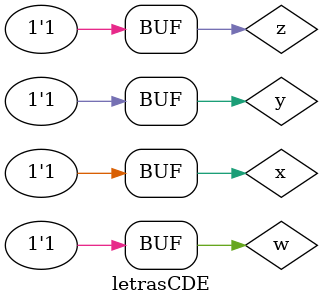
<source format=v>
/*
Pedro Correa Rigotto - Matricula 762281
guia0404cde
*/

module pos4(output sC, output sD, output sE, input x, y, w, z);
	assign sC = (x|y|w|z)&(x|y|w|~z)&(x|y|~w|z)&(x|~y|w|z)&(x|~y|~w|z)&(~x|y|w|z)&(~x|~y|w|z)&(~x|~y|~w|z);
	assign sD = (x|y|w|z)&(x|y|~w|z)&(x|~y|w|z)&(x|~y|~w|z)&(~x|y|w|~z)&(~x|y|~w|z)&(~x|~y|w|~z);
	assign sE = (x|y|w|z)&(x|y|w|~z)&(x|y|~w|z)&(x|y|~w|~z)&(x|~y|~w|z)&(~x|y|~w|~z)&(~x|~y|~w|z);
endmodule // pos4

module letrasCDE;
	reg x, y, w, z;
	wire sC, sD, sE;
	pos4 exercicio (sC, sD, sE, x, y, w, z);
	
	initial begin
		$display("x  y  w  z  PoS(0,1,2,4,6,8,12,14)  PoS(0,2,4,6,9,10,13)  PoS(0,1,2,3,6,11,14)");
		$monitor("%b  %b  %b  %b  %b                       %b                     %b", x, y, w, z, sC, sD, sE);
		    x = 0; y = 0; w = 0; z = 0;
		#1  x = 0; y = 0; w = 0; z = 1;
		#1  x = 0; y = 0; w = 1; z = 0;
		#1  x = 0; y = 0; w = 1; z = 1;
		#1  x = 0; y = 1; w = 0; z = 0;
		#1  x = 0; y = 1; w = 0; z = 1;
		#1  x = 0; y = 1; w = 1; z = 0;
		#1  x = 0; y = 1; w = 1; z = 1;
		#1  x = 1; y = 0; w = 0; z = 0;
		#1  x = 1; y = 0; w = 0; z = 1;
		#1  x = 1; y = 0; w = 1; z = 0;
		#1  x = 1; y = 0; w = 1; z = 1;
		#1  x = 1; y = 1; w = 0; z = 0;
		#1  x = 1; y = 1; w = 0; z = 1;
		#1  x = 1; y = 1; w = 1; z = 0;
		#1  x = 1; y = 1; w = 1; z = 1;
	end
endmodule // letrasCDE
</source>
